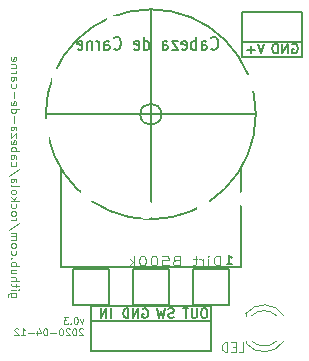
<source format=gbo>
G04 #@! TF.GenerationSoftware,KiCad,Pcbnew,6.0.0+dfsg1-2*
G04 #@! TF.CreationDate,2022-01-11T20:51:11+02:00*
G04 #@! TF.ProjectId,cabeza-de-carne,63616265-7a61-42d6-9465-2d6361726e65,rev?*
G04 #@! TF.SameCoordinates,Original*
G04 #@! TF.FileFunction,Legend,Bot*
G04 #@! TF.FilePolarity,Positive*
%FSLAX46Y46*%
G04 Gerber Fmt 4.6, Leading zero omitted, Abs format (unit mm)*
G04 Created by KiCad (PCBNEW 6.0.0+dfsg1-2) date 2022-01-11 20:51:11*
%MOMM*%
%LPD*%
G01*
G04 APERTURE LIST*
%ADD10C,0.100000*%
%ADD11C,0.150000*%
%ADD12C,0.125000*%
%ADD13C,0.120000*%
%ADD14C,0.127000*%
%ADD15O,1.930400X1.930400*%
%ADD16R,1.930400X1.930400*%
%ADD17R,2.000000X2.000000*%
%ADD18O,2.000000X2.000000*%
%ADD19C,1.800000*%
%ADD20R,1.800000X1.800000*%
%ADD21O,2.540000X2.540000*%
%ADD22R,2.540000X2.540000*%
%ADD23O,1.600000X1.600000*%
%ADD24C,1.600000*%
%ADD25R,1.600000X1.600000*%
G04 APERTURE END LIST*
D10*
X226159200Y29723200D02*
X225592533Y29723200D01*
X225525866Y29689866D01*
X225492533Y29656533D01*
X225459200Y29589866D01*
X225459200Y29489866D01*
X225492533Y29423200D01*
X225725866Y29723200D02*
X225692533Y29656533D01*
X225692533Y29523200D01*
X225725866Y29456533D01*
X225759200Y29423200D01*
X225825866Y29389866D01*
X226025866Y29389866D01*
X226092533Y29423200D01*
X226125866Y29456533D01*
X226159200Y29523200D01*
X226159200Y29656533D01*
X226125866Y29723200D01*
X225692533Y30056533D02*
X226159200Y30056533D01*
X226392533Y30056533D02*
X226359200Y30023200D01*
X226325866Y30056533D01*
X226359200Y30089866D01*
X226392533Y30056533D01*
X226325866Y30056533D01*
X226159200Y30289866D02*
X226159200Y30556533D01*
X226392533Y30389866D02*
X225792533Y30389866D01*
X225725866Y30423200D01*
X225692533Y30489866D01*
X225692533Y30556533D01*
X225692533Y30789866D02*
X226392533Y30789866D01*
X225692533Y31089866D02*
X226059200Y31089866D01*
X226125866Y31056533D01*
X226159200Y30989866D01*
X226159200Y30889866D01*
X226125866Y30823200D01*
X226092533Y30789866D01*
X226159200Y31723200D02*
X225692533Y31723200D01*
X226159200Y31423200D02*
X225792533Y31423200D01*
X225725866Y31456533D01*
X225692533Y31523200D01*
X225692533Y31623200D01*
X225725866Y31689866D01*
X225759200Y31723200D01*
X225692533Y32056533D02*
X226392533Y32056533D01*
X226125866Y32056533D02*
X226159200Y32123199D01*
X226159200Y32256533D01*
X226125866Y32323199D01*
X226092533Y32356533D01*
X226025866Y32389866D01*
X225825866Y32389866D01*
X225759200Y32356533D01*
X225725866Y32323199D01*
X225692533Y32256533D01*
X225692533Y32123199D01*
X225725866Y32056533D01*
X225759200Y32689866D02*
X225725866Y32723199D01*
X225692533Y32689866D01*
X225725866Y32656533D01*
X225759200Y32689866D01*
X225692533Y32689866D01*
X225725866Y33323199D02*
X225692533Y33256533D01*
X225692533Y33123199D01*
X225725866Y33056533D01*
X225759200Y33023199D01*
X225825866Y32989866D01*
X226025866Y32989866D01*
X226092533Y33023199D01*
X226125866Y33056533D01*
X226159200Y33123199D01*
X226159200Y33256533D01*
X226125866Y33323199D01*
X225692533Y33723199D02*
X225725866Y33656533D01*
X225759200Y33623199D01*
X225825866Y33589866D01*
X226025866Y33589866D01*
X226092533Y33623199D01*
X226125866Y33656533D01*
X226159200Y33723199D01*
X226159200Y33823199D01*
X226125866Y33889866D01*
X226092533Y33923199D01*
X226025866Y33956533D01*
X225825866Y33956533D01*
X225759200Y33923199D01*
X225725866Y33889866D01*
X225692533Y33823199D01*
X225692533Y33723199D01*
X225692533Y34256533D02*
X226159200Y34256533D01*
X226092533Y34256533D02*
X226125866Y34289866D01*
X226159200Y34356533D01*
X226159200Y34456533D01*
X226125866Y34523199D01*
X226059200Y34556533D01*
X225692533Y34556533D01*
X226059200Y34556533D02*
X226125866Y34589866D01*
X226159200Y34656533D01*
X226159200Y34756533D01*
X226125866Y34823199D01*
X226059200Y34856533D01*
X225692533Y34856533D01*
X226425866Y35689866D02*
X225525866Y35089866D01*
X225692533Y35923199D02*
X226159200Y35923199D01*
X226025866Y35923199D02*
X226092533Y35956533D01*
X226125866Y35989866D01*
X226159200Y36056533D01*
X226159200Y36123199D01*
X225692533Y36456533D02*
X225725866Y36389866D01*
X225759200Y36356533D01*
X225825866Y36323199D01*
X226025866Y36323199D01*
X226092533Y36356533D01*
X226125866Y36389866D01*
X226159200Y36456533D01*
X226159200Y36556533D01*
X226125866Y36623199D01*
X226092533Y36656533D01*
X226025866Y36689866D01*
X225825866Y36689866D01*
X225759200Y36656533D01*
X225725866Y36623199D01*
X225692533Y36556533D01*
X225692533Y36456533D01*
X225725866Y37289866D02*
X225692533Y37223199D01*
X225692533Y37089866D01*
X225725866Y37023199D01*
X225759200Y36989866D01*
X225825866Y36956533D01*
X226025866Y36956533D01*
X226092533Y36989866D01*
X226125866Y37023199D01*
X226159200Y37089866D01*
X226159200Y37223199D01*
X226125866Y37289866D01*
X225692533Y37589866D02*
X226392533Y37589866D01*
X225959200Y37656533D02*
X225692533Y37856533D01*
X226159200Y37856533D02*
X225892533Y37589866D01*
X225692533Y38256533D02*
X225725866Y38189866D01*
X225759200Y38156533D01*
X225825866Y38123199D01*
X226025866Y38123199D01*
X226092533Y38156533D01*
X226125866Y38189866D01*
X226159200Y38256533D01*
X226159200Y38356533D01*
X226125866Y38423199D01*
X226092533Y38456533D01*
X226025866Y38489866D01*
X225825866Y38489866D01*
X225759200Y38456533D01*
X225725866Y38423199D01*
X225692533Y38356533D01*
X225692533Y38256533D01*
X225692533Y38889866D02*
X225725866Y38823199D01*
X225792533Y38789866D01*
X226392533Y38789866D01*
X225692533Y39456533D02*
X226059200Y39456533D01*
X226125866Y39423199D01*
X226159200Y39356533D01*
X226159200Y39223199D01*
X226125866Y39156533D01*
X225725866Y39456533D02*
X225692533Y39389866D01*
X225692533Y39223199D01*
X225725866Y39156533D01*
X225792533Y39123199D01*
X225859200Y39123199D01*
X225925866Y39156533D01*
X225959200Y39223199D01*
X225959200Y39389866D01*
X225992533Y39456533D01*
X226425866Y40289866D02*
X225525866Y39689866D01*
X225725866Y40823199D02*
X225692533Y40756533D01*
X225692533Y40623199D01*
X225725866Y40556533D01*
X225759200Y40523199D01*
X225825866Y40489866D01*
X226025866Y40489866D01*
X226092533Y40523199D01*
X226125866Y40556533D01*
X226159200Y40623199D01*
X226159200Y40756533D01*
X226125866Y40823199D01*
X225692533Y41423199D02*
X226059200Y41423199D01*
X226125866Y41389866D01*
X226159200Y41323199D01*
X226159200Y41189866D01*
X226125866Y41123199D01*
X225725866Y41423199D02*
X225692533Y41356533D01*
X225692533Y41189866D01*
X225725866Y41123199D01*
X225792533Y41089866D01*
X225859200Y41089866D01*
X225925866Y41123199D01*
X225959200Y41189866D01*
X225959200Y41356533D01*
X225992533Y41423199D01*
X225692533Y41756533D02*
X226392533Y41756533D01*
X226125866Y41756533D02*
X226159200Y41823199D01*
X226159200Y41956533D01*
X226125866Y42023199D01*
X226092533Y42056533D01*
X226025866Y42089866D01*
X225825866Y42089866D01*
X225759200Y42056533D01*
X225725866Y42023199D01*
X225692533Y41956533D01*
X225692533Y41823199D01*
X225725866Y41756533D01*
X225725866Y42656533D02*
X225692533Y42589866D01*
X225692533Y42456533D01*
X225725866Y42389866D01*
X225792533Y42356533D01*
X226059200Y42356533D01*
X226125866Y42389866D01*
X226159200Y42456533D01*
X226159200Y42589866D01*
X226125866Y42656533D01*
X226059200Y42689866D01*
X225992533Y42689866D01*
X225925866Y42356533D01*
X226159200Y42923199D02*
X226159200Y43289866D01*
X225692533Y42923199D01*
X225692533Y43289866D01*
X225692533Y43856533D02*
X226059200Y43856533D01*
X226125866Y43823199D01*
X226159200Y43756533D01*
X226159200Y43623199D01*
X226125866Y43556533D01*
X225725866Y43856533D02*
X225692533Y43789866D01*
X225692533Y43623199D01*
X225725866Y43556533D01*
X225792533Y43523199D01*
X225859200Y43523199D01*
X225925866Y43556533D01*
X225959200Y43623199D01*
X225959200Y43789866D01*
X225992533Y43856533D01*
X225959200Y44189866D02*
X225959200Y44723199D01*
X225692533Y45356533D02*
X226392533Y45356533D01*
X225725866Y45356533D02*
X225692533Y45289866D01*
X225692533Y45156533D01*
X225725866Y45089866D01*
X225759200Y45056533D01*
X225825866Y45023199D01*
X226025866Y45023199D01*
X226092533Y45056533D01*
X226125866Y45089866D01*
X226159200Y45156533D01*
X226159200Y45289866D01*
X226125866Y45356533D01*
X225725866Y45956533D02*
X225692533Y45889866D01*
X225692533Y45756533D01*
X225725866Y45689866D01*
X225792533Y45656533D01*
X226059200Y45656533D01*
X226125866Y45689866D01*
X226159200Y45756533D01*
X226159200Y45889866D01*
X226125866Y45956533D01*
X226059200Y45989866D01*
X225992533Y45989866D01*
X225925866Y45656533D01*
X225959200Y46289866D02*
X225959200Y46823199D01*
X225725866Y47456533D02*
X225692533Y47389866D01*
X225692533Y47256533D01*
X225725866Y47189866D01*
X225759200Y47156533D01*
X225825866Y47123199D01*
X226025866Y47123199D01*
X226092533Y47156533D01*
X226125866Y47189866D01*
X226159200Y47256533D01*
X226159200Y47389866D01*
X226125866Y47456533D01*
X225692533Y48056533D02*
X226059200Y48056533D01*
X226125866Y48023199D01*
X226159200Y47956533D01*
X226159200Y47823199D01*
X226125866Y47756533D01*
X225725866Y48056533D02*
X225692533Y47989866D01*
X225692533Y47823199D01*
X225725866Y47756533D01*
X225792533Y47723199D01*
X225859200Y47723199D01*
X225925866Y47756533D01*
X225959200Y47823199D01*
X225959200Y47989866D01*
X225992533Y48056533D01*
X225692533Y48389866D02*
X226159200Y48389866D01*
X226025866Y48389866D02*
X226092533Y48423199D01*
X226125866Y48456533D01*
X226159200Y48523199D01*
X226159200Y48589866D01*
X226159200Y48823199D02*
X225692533Y48823199D01*
X226092533Y48823199D02*
X226125866Y48856533D01*
X226159200Y48923199D01*
X226159200Y49023199D01*
X226125866Y49089866D01*
X226059200Y49123199D01*
X225692533Y49123199D01*
X225725866Y49723199D02*
X225692533Y49656533D01*
X225692533Y49523199D01*
X225725866Y49456533D01*
X225792533Y49423199D01*
X226059200Y49423199D01*
X226125866Y49456533D01*
X226159200Y49523199D01*
X226159200Y49656533D01*
X226125866Y49723199D01*
X226059200Y49756533D01*
X225992533Y49756533D01*
X225925866Y49423199D01*
D11*
X243995600Y32246133D02*
X244395600Y32246133D01*
X244195600Y32246133D02*
X244195600Y32946133D01*
X244262266Y32846133D01*
X244328933Y32779466D01*
X244395600Y32746133D01*
D10*
X231852885Y27535571D02*
X231710028Y27135571D01*
X231567171Y27535571D01*
X231224314Y27735571D02*
X231167171Y27735571D01*
X231110028Y27707000D01*
X231081457Y27678428D01*
X231052885Y27621285D01*
X231024314Y27507000D01*
X231024314Y27364142D01*
X231052885Y27249857D01*
X231081457Y27192714D01*
X231110028Y27164142D01*
X231167171Y27135571D01*
X231224314Y27135571D01*
X231281457Y27164142D01*
X231310028Y27192714D01*
X231338600Y27249857D01*
X231367171Y27364142D01*
X231367171Y27507000D01*
X231338600Y27621285D01*
X231310028Y27678428D01*
X231281457Y27707000D01*
X231224314Y27735571D01*
X230767171Y27192714D02*
X230738600Y27164142D01*
X230767171Y27135571D01*
X230795742Y27164142D01*
X230767171Y27192714D01*
X230767171Y27135571D01*
X230538600Y27735571D02*
X230167171Y27735571D01*
X230367171Y27507000D01*
X230281457Y27507000D01*
X230224314Y27478428D01*
X230195742Y27449857D01*
X230167171Y27392714D01*
X230167171Y27249857D01*
X230195742Y27192714D01*
X230224314Y27164142D01*
X230281457Y27135571D01*
X230452885Y27135571D01*
X230510028Y27164142D01*
X230538600Y27192714D01*
X231824314Y26712428D02*
X231795742Y26741000D01*
X231738600Y26769571D01*
X231595742Y26769571D01*
X231538600Y26741000D01*
X231510028Y26712428D01*
X231481457Y26655285D01*
X231481457Y26598142D01*
X231510028Y26512428D01*
X231852885Y26169571D01*
X231481457Y26169571D01*
X231110028Y26769571D02*
X231052885Y26769571D01*
X230995742Y26741000D01*
X230967171Y26712428D01*
X230938600Y26655285D01*
X230910028Y26541000D01*
X230910028Y26398142D01*
X230938600Y26283857D01*
X230967171Y26226714D01*
X230995742Y26198142D01*
X231052885Y26169571D01*
X231110028Y26169571D01*
X231167171Y26198142D01*
X231195742Y26226714D01*
X231224314Y26283857D01*
X231252885Y26398142D01*
X231252885Y26541000D01*
X231224314Y26655285D01*
X231195742Y26712428D01*
X231167171Y26741000D01*
X231110028Y26769571D01*
X230681457Y26712428D02*
X230652885Y26741000D01*
X230595742Y26769571D01*
X230452885Y26769571D01*
X230395742Y26741000D01*
X230367171Y26712428D01*
X230338600Y26655285D01*
X230338600Y26598142D01*
X230367171Y26512428D01*
X230710028Y26169571D01*
X230338600Y26169571D01*
X229967171Y26769571D02*
X229910028Y26769571D01*
X229852885Y26741000D01*
X229824314Y26712428D01*
X229795742Y26655285D01*
X229767171Y26541000D01*
X229767171Y26398142D01*
X229795742Y26283857D01*
X229824314Y26226714D01*
X229852885Y26198142D01*
X229910028Y26169571D01*
X229967171Y26169571D01*
X230024314Y26198142D01*
X230052885Y26226714D01*
X230081457Y26283857D01*
X230110028Y26398142D01*
X230110028Y26541000D01*
X230081457Y26655285D01*
X230052885Y26712428D01*
X230024314Y26741000D01*
X229967171Y26769571D01*
X229510028Y26398142D02*
X229052885Y26398142D01*
X228652885Y26769571D02*
X228595742Y26769571D01*
X228538600Y26741000D01*
X228510028Y26712428D01*
X228481457Y26655285D01*
X228452885Y26541000D01*
X228452885Y26398142D01*
X228481457Y26283857D01*
X228510028Y26226714D01*
X228538600Y26198142D01*
X228595742Y26169571D01*
X228652885Y26169571D01*
X228710028Y26198142D01*
X228738600Y26226714D01*
X228767171Y26283857D01*
X228795742Y26398142D01*
X228795742Y26541000D01*
X228767171Y26655285D01*
X228738600Y26712428D01*
X228710028Y26741000D01*
X228652885Y26769571D01*
X227938600Y26569571D02*
X227938600Y26169571D01*
X228081457Y26798142D02*
X228224314Y26369571D01*
X227852885Y26369571D01*
X227624314Y26398142D02*
X227167171Y26398142D01*
X226567171Y26169571D02*
X226910028Y26169571D01*
X226738600Y26169571D02*
X226738600Y26769571D01*
X226795742Y26683857D01*
X226852885Y26626714D01*
X226910028Y26598142D01*
X226338600Y26712428D02*
X226310028Y26741000D01*
X226252885Y26769571D01*
X226110028Y26769571D01*
X226052885Y26741000D01*
X226024314Y26712428D01*
X225995742Y26655285D01*
X225995742Y26598142D01*
X226024314Y26512428D01*
X226367171Y26169571D01*
X225995742Y26169571D01*
D11*
X242670133Y50457942D02*
X242715371Y50405561D01*
X242851085Y50353180D01*
X242941561Y50353180D01*
X243077276Y50405561D01*
X243167752Y50510323D01*
X243212990Y50615085D01*
X243258228Y50824609D01*
X243258228Y50981752D01*
X243212990Y51191276D01*
X243167752Y51296038D01*
X243077276Y51400800D01*
X242941561Y51453180D01*
X242851085Y51453180D01*
X242715371Y51400800D01*
X242670133Y51348419D01*
X241855847Y50353180D02*
X241855847Y50929371D01*
X241901085Y51034133D01*
X241991561Y51086514D01*
X242172514Y51086514D01*
X242262990Y51034133D01*
X241855847Y50405561D02*
X241946323Y50353180D01*
X242172514Y50353180D01*
X242262990Y50405561D01*
X242308228Y50510323D01*
X242308228Y50615085D01*
X242262990Y50719847D01*
X242172514Y50772228D01*
X241946323Y50772228D01*
X241855847Y50824609D01*
X241403466Y50353180D02*
X241403466Y51453180D01*
X241403466Y51034133D02*
X241312990Y51086514D01*
X241132038Y51086514D01*
X241041561Y51034133D01*
X240996323Y50981752D01*
X240951085Y50876990D01*
X240951085Y50562704D01*
X240996323Y50457942D01*
X241041561Y50405561D01*
X241132038Y50353180D01*
X241312990Y50353180D01*
X241403466Y50405561D01*
X240182038Y50405561D02*
X240272514Y50353180D01*
X240453466Y50353180D01*
X240543942Y50405561D01*
X240589180Y50510323D01*
X240589180Y50929371D01*
X240543942Y51034133D01*
X240453466Y51086514D01*
X240272514Y51086514D01*
X240182038Y51034133D01*
X240136800Y50929371D01*
X240136800Y50824609D01*
X240589180Y50719847D01*
X239820133Y51086514D02*
X239322514Y51086514D01*
X239820133Y50353180D01*
X239322514Y50353180D01*
X238553466Y50353180D02*
X238553466Y50929371D01*
X238598704Y51034133D01*
X238689180Y51086514D01*
X238870133Y51086514D01*
X238960609Y51034133D01*
X238553466Y50405561D02*
X238643942Y50353180D01*
X238870133Y50353180D01*
X238960609Y50405561D01*
X239005847Y50510323D01*
X239005847Y50615085D01*
X238960609Y50719847D01*
X238870133Y50772228D01*
X238643942Y50772228D01*
X238553466Y50824609D01*
X236970133Y50353180D02*
X236970133Y51453180D01*
X236970133Y50405561D02*
X237060609Y50353180D01*
X237241561Y50353180D01*
X237332038Y50405561D01*
X237377276Y50457942D01*
X237422514Y50562704D01*
X237422514Y50876990D01*
X237377276Y50981752D01*
X237332038Y51034133D01*
X237241561Y51086514D01*
X237060609Y51086514D01*
X236970133Y51034133D01*
X236155847Y50405561D02*
X236246323Y50353180D01*
X236427276Y50353180D01*
X236517752Y50405561D01*
X236562990Y50510323D01*
X236562990Y50929371D01*
X236517752Y51034133D01*
X236427276Y51086514D01*
X236246323Y51086514D01*
X236155847Y51034133D01*
X236110609Y50929371D01*
X236110609Y50824609D01*
X236562990Y50719847D01*
X234436800Y50457942D02*
X234482038Y50405561D01*
X234617752Y50353180D01*
X234708228Y50353180D01*
X234843942Y50405561D01*
X234934419Y50510323D01*
X234979657Y50615085D01*
X235024895Y50824609D01*
X235024895Y50981752D01*
X234979657Y51191276D01*
X234934419Y51296038D01*
X234843942Y51400800D01*
X234708228Y51453180D01*
X234617752Y51453180D01*
X234482038Y51400800D01*
X234436800Y51348419D01*
X233622514Y50353180D02*
X233622514Y50929371D01*
X233667752Y51034133D01*
X233758228Y51086514D01*
X233939180Y51086514D01*
X234029657Y51034133D01*
X233622514Y50405561D02*
X233712990Y50353180D01*
X233939180Y50353180D01*
X234029657Y50405561D01*
X234074895Y50510323D01*
X234074895Y50615085D01*
X234029657Y50719847D01*
X233939180Y50772228D01*
X233712990Y50772228D01*
X233622514Y50824609D01*
X233170133Y50353180D02*
X233170133Y51086514D01*
X233170133Y50876990D02*
X233124895Y50981752D01*
X233079657Y51034133D01*
X232989180Y51086514D01*
X232898704Y51086514D01*
X232582038Y51086514D02*
X232582038Y50353180D01*
X232582038Y50981752D02*
X232536800Y51034133D01*
X232446323Y51086514D01*
X232310609Y51086514D01*
X232220133Y51034133D01*
X232174895Y50929371D01*
X232174895Y50353180D01*
X231360609Y50405561D02*
X231451085Y50353180D01*
X231632038Y50353180D01*
X231722514Y50405561D01*
X231767752Y50510323D01*
X231767752Y50929371D01*
X231722514Y51034133D01*
X231632038Y51086514D01*
X231451085Y51086514D01*
X231360609Y51034133D01*
X231315371Y50929371D01*
X231315371Y50824609D01*
X231767752Y50719847D01*
D10*
X245014685Y24784095D02*
X245395638Y24784095D01*
X245395638Y25584095D01*
X244748019Y25203142D02*
X244481352Y25203142D01*
X244367066Y24784095D02*
X244748019Y24784095D01*
X244748019Y25584095D01*
X244367066Y25584095D01*
X244024209Y24784095D02*
X244024209Y25584095D01*
X243833733Y25584095D01*
X243719447Y25546000D01*
X243643257Y25469809D01*
X243605161Y25393619D01*
X243567066Y25241238D01*
X243567066Y25126952D01*
X243605161Y24974571D01*
X243643257Y24898380D01*
X243719447Y24822190D01*
X243833733Y24784095D01*
X244024209Y24784095D01*
D12*
X243433123Y32099295D02*
X243433123Y32899295D01*
X243195028Y32899295D01*
X243052171Y32861200D01*
X242956933Y32785009D01*
X242909314Y32708819D01*
X242861695Y32556438D01*
X242861695Y32442152D01*
X242909314Y32289771D01*
X242956933Y32213580D01*
X243052171Y32137390D01*
X243195028Y32099295D01*
X243433123Y32099295D01*
X242433123Y32099295D02*
X242433123Y32632628D01*
X242433123Y32899295D02*
X242480742Y32861200D01*
X242433123Y32823104D01*
X242385504Y32861200D01*
X242433123Y32899295D01*
X242433123Y32823104D01*
X241956933Y32099295D02*
X241956933Y32632628D01*
X241956933Y32480247D02*
X241909314Y32556438D01*
X241861695Y32594533D01*
X241766457Y32632628D01*
X241671219Y32632628D01*
X241480742Y32632628D02*
X241099790Y32632628D01*
X241337885Y32899295D02*
X241337885Y32213580D01*
X241290266Y32137390D01*
X241195028Y32099295D01*
X241099790Y32099295D01*
X239671219Y32518342D02*
X239528361Y32480247D01*
X239480742Y32442152D01*
X239433123Y32365961D01*
X239433123Y32251676D01*
X239480742Y32175485D01*
X239528361Y32137390D01*
X239623600Y32099295D01*
X240004552Y32099295D01*
X240004552Y32899295D01*
X239671219Y32899295D01*
X239575980Y32861200D01*
X239528361Y32823104D01*
X239480742Y32746914D01*
X239480742Y32670723D01*
X239528361Y32594533D01*
X239575980Y32556438D01*
X239671219Y32518342D01*
X240004552Y32518342D01*
X238528361Y32899295D02*
X239004552Y32899295D01*
X239052171Y32518342D01*
X239004552Y32556438D01*
X238909314Y32594533D01*
X238671219Y32594533D01*
X238575980Y32556438D01*
X238528361Y32518342D01*
X238480742Y32442152D01*
X238480742Y32251676D01*
X238528361Y32175485D01*
X238575980Y32137390D01*
X238671219Y32099295D01*
X238909314Y32099295D01*
X239004552Y32137390D01*
X239052171Y32175485D01*
X237861695Y32899295D02*
X237766457Y32899295D01*
X237671219Y32861200D01*
X237623600Y32823104D01*
X237575980Y32746914D01*
X237528361Y32594533D01*
X237528361Y32404057D01*
X237575980Y32251676D01*
X237623600Y32175485D01*
X237671219Y32137390D01*
X237766457Y32099295D01*
X237861695Y32099295D01*
X237956933Y32137390D01*
X238004552Y32175485D01*
X238052171Y32251676D01*
X238099790Y32404057D01*
X238099790Y32594533D01*
X238052171Y32746914D01*
X238004552Y32823104D01*
X237956933Y32861200D01*
X237861695Y32899295D01*
X236909314Y32899295D02*
X236814076Y32899295D01*
X236718838Y32861200D01*
X236671219Y32823104D01*
X236623600Y32746914D01*
X236575980Y32594533D01*
X236575980Y32404057D01*
X236623600Y32251676D01*
X236671219Y32175485D01*
X236718838Y32137390D01*
X236814076Y32099295D01*
X236909314Y32099295D01*
X237004552Y32137390D01*
X237052171Y32175485D01*
X237099790Y32251676D01*
X237147409Y32404057D01*
X237147409Y32594533D01*
X237099790Y32746914D01*
X237052171Y32823104D01*
X237004552Y32861200D01*
X236909314Y32899295D01*
X236147409Y32099295D02*
X236147409Y32899295D01*
X236052171Y32404057D02*
X235766457Y32099295D01*
X235766457Y32632628D02*
X236147409Y32327866D01*
D10*
X237267786Y29837118D02*
X237839215Y29837118D01*
X237553501Y29837118D02*
X237553501Y30837118D01*
X237648739Y30694260D01*
X237743977Y30599022D01*
X237839215Y30551403D01*
D11*
X247141904Y50857095D02*
X246875238Y50057095D01*
X246608571Y50857095D01*
X246341904Y50361857D02*
X245732380Y50361857D01*
X246037142Y50057095D02*
X246037142Y50666619D01*
X249529523Y50819000D02*
X249605714Y50857095D01*
X249720000Y50857095D01*
X249834285Y50819000D01*
X249910476Y50742809D01*
X249948571Y50666619D01*
X249986666Y50514238D01*
X249986666Y50399952D01*
X249948571Y50247571D01*
X249910476Y50171380D01*
X249834285Y50095190D01*
X249720000Y50057095D01*
X249643809Y50057095D01*
X249529523Y50095190D01*
X249491428Y50133285D01*
X249491428Y50399952D01*
X249643809Y50399952D01*
X249148571Y50057095D02*
X249148571Y50857095D01*
X248691428Y50057095D01*
X248691428Y50857095D01*
X248310476Y50057095D02*
X248310476Y50857095D01*
X248120000Y50857095D01*
X248005714Y50819000D01*
X247929523Y50742809D01*
X247891428Y50666619D01*
X247853333Y50514238D01*
X247853333Y50399952D01*
X247891428Y50247571D01*
X247929523Y50171380D01*
X248005714Y50095190D01*
X248120000Y50057095D01*
X248310476Y50057095D01*
X242150800Y28454295D02*
X241998419Y28454295D01*
X241922228Y28416200D01*
X241846038Y28340009D01*
X241807942Y28187628D01*
X241807942Y27920961D01*
X241846038Y27768580D01*
X241922228Y27692390D01*
X241998419Y27654295D01*
X242150800Y27654295D01*
X242226990Y27692390D01*
X242303180Y27768580D01*
X242341276Y27920961D01*
X242341276Y28187628D01*
X242303180Y28340009D01*
X242226990Y28416200D01*
X242150800Y28454295D01*
X241465085Y28454295D02*
X241465085Y27806676D01*
X241426990Y27730485D01*
X241388895Y27692390D01*
X241312704Y27654295D01*
X241160323Y27654295D01*
X241084133Y27692390D01*
X241046038Y27730485D01*
X241007942Y27806676D01*
X241007942Y28454295D01*
X240741276Y28454295D02*
X240284133Y28454295D01*
X240512704Y27654295D02*
X240512704Y28454295D01*
X239496514Y27692390D02*
X239382228Y27654295D01*
X239191752Y27654295D01*
X239115561Y27692390D01*
X239077466Y27730485D01*
X239039371Y27806676D01*
X239039371Y27882866D01*
X239077466Y27959057D01*
X239115561Y27997152D01*
X239191752Y28035247D01*
X239344133Y28073342D01*
X239420323Y28111438D01*
X239458419Y28149533D01*
X239496514Y28225723D01*
X239496514Y28301914D01*
X239458419Y28378104D01*
X239420323Y28416200D01*
X239344133Y28454295D01*
X239153657Y28454295D01*
X239039371Y28416200D01*
X238772704Y28454295D02*
X238582228Y27654295D01*
X238429847Y28225723D01*
X238277466Y27654295D01*
X238086990Y28454295D01*
X236880323Y28416200D02*
X236956514Y28454295D01*
X237070800Y28454295D01*
X237185085Y28416200D01*
X237261276Y28340009D01*
X237299371Y28263819D01*
X237337466Y28111438D01*
X237337466Y27997152D01*
X237299371Y27844771D01*
X237261276Y27768580D01*
X237185085Y27692390D01*
X237070800Y27654295D01*
X236994609Y27654295D01*
X236880323Y27692390D01*
X236842228Y27730485D01*
X236842228Y27997152D01*
X236994609Y27997152D01*
X236499371Y27654295D02*
X236499371Y28454295D01*
X236042228Y27654295D01*
X236042228Y28454295D01*
X235661276Y27654295D02*
X235661276Y28454295D01*
X235470800Y28454295D01*
X235356514Y28416200D01*
X235280323Y28340009D01*
X235242228Y28263819D01*
X235204133Y28111438D01*
X235204133Y27997152D01*
X235242228Y27844771D01*
X235280323Y27768580D01*
X235356514Y27692390D01*
X235470800Y27654295D01*
X235661276Y27654295D01*
X234149847Y27654295D02*
X234149847Y28454295D01*
X233768895Y27654295D02*
X233768895Y28454295D01*
X233311752Y27654295D01*
X233311752Y28454295D01*
D13*
X245582000Y27851600D02*
X245582000Y28007600D01*
X245582000Y25535600D02*
X245582000Y25691600D01*
X248183130Y27851437D02*
G75*
G03*
X246101039Y27851600I-1041130J-1079837D01*
G01*
X246101039Y25691600D02*
G75*
G03*
X248183130Y25691763I1040961J1080000D01*
G01*
X248814335Y27850208D02*
G75*
G03*
X245582000Y28007116I-1672335J-1078608D01*
G01*
X245582000Y25536084D02*
G75*
G03*
X248814335Y25692992I1560000J1235516D01*
G01*
D14*
X244157501Y28765499D02*
X244157501Y31813499D01*
X241109501Y28765499D02*
X244157501Y28765499D01*
X241109501Y31813499D02*
X241109501Y28765499D01*
X239077501Y28765499D02*
X239077501Y31813499D01*
X236029501Y28765499D02*
X239077501Y28765499D01*
X236029501Y31813499D02*
X236029501Y28765499D01*
X233997501Y28765499D02*
X233997501Y31813499D01*
X230949501Y28765499D02*
X233997501Y28765499D01*
X230949501Y31813499D02*
X230949501Y28765499D01*
X241109501Y31813499D02*
X244157501Y31813499D01*
X236029501Y31813499D02*
X239077501Y31813499D01*
X230949501Y31813499D02*
X233997501Y31813499D01*
X229933501Y31940499D02*
X245173501Y31940499D01*
X228663501Y44894499D02*
X246443501Y44894499D01*
X237553501Y36004499D02*
X237553501Y53784499D01*
X245173501Y31940499D02*
X245173501Y40449499D01*
X229933501Y40449499D02*
X229933501Y31940499D01*
X228663501Y44894499D02*
G75*
G03*
X237553501Y36004499I8890000J0D01*
G01*
X237553501Y36004499D02*
G75*
G03*
X246443501Y44894499I0J8890000D01*
G01*
X246443501Y44894497D02*
G75*
G03*
X237553501Y53784499I-8889901J101D01*
G01*
X237553503Y53784499D02*
G75*
G03*
X228663501Y44894499I-101J-8889901D01*
G01*
X238451501Y44894499D02*
G75*
G03*
X238451501Y44894499I-898000J0D01*
G01*
X250317000Y53594000D02*
X245237000Y53594000D01*
X245237000Y51054000D02*
X250317000Y51054000D01*
X250317000Y51054000D02*
X250317000Y53594000D01*
X245237000Y51054000D02*
X245237000Y53594000D01*
X245237000Y49784000D02*
X250317000Y49784000D01*
X250317000Y49784000D02*
X250317000Y51054000D01*
X245237000Y49784000D02*
X245237000Y51054000D01*
X232460800Y27381200D02*
X232460800Y28651200D01*
X242620800Y27381200D02*
X242620800Y28651200D01*
X232460800Y28651200D02*
X242620800Y28651200D01*
X232460800Y24841200D02*
X232460800Y27381200D01*
X242620800Y24841200D02*
X242620800Y27381200D01*
X232460800Y24841200D02*
X242620800Y24841200D01*
X242620800Y27381200D02*
X232460800Y27381200D01*
%LPC*%
D15*
X232613200Y35966400D03*
X232613200Y38506400D03*
X232613200Y41046400D03*
D16*
X232613200Y43586400D03*
D17*
X248716800Y40449500D03*
D18*
X248716800Y48069500D03*
D19*
X248412000Y26771600D03*
D20*
X245872000Y26771600D03*
D21*
X232473501Y30289499D03*
X237553501Y30289499D03*
D22*
X242633501Y30289499D03*
D23*
X227279200Y33223200D03*
D24*
X234899200Y33223200D03*
D23*
X248767600Y37744400D03*
D24*
X248767600Y30124400D03*
D23*
X234442000Y52451000D03*
D24*
X226822000Y52451000D03*
D23*
X243738400Y43383200D03*
D24*
X236118400Y43383200D03*
D23*
X236537500Y52451000D03*
D24*
X244157500Y52451000D03*
D23*
X236118400Y40335200D03*
D24*
X243738400Y40335200D03*
D23*
X245770400Y30124400D03*
D24*
X245770400Y37744400D03*
D15*
X228041200Y38506400D03*
X228041200Y41046400D03*
D16*
X228041200Y43586400D03*
D15*
X249047000Y52324000D03*
D16*
X246507000Y52324000D03*
D15*
X241350800Y26111200D03*
X238810800Y26111200D03*
X236270800Y26111200D03*
D16*
X233730800Y26111200D03*
D24*
X245705000Y47434500D03*
D25*
X243205000Y47434500D03*
D24*
X232471600Y47955200D03*
D25*
X229971600Y47955200D03*
D24*
X237201700Y33794700D03*
X242201700Y33794700D03*
X240204000Y49377600D03*
X235204000Y49377600D03*
X240204000Y46329600D03*
X235204000Y46329600D03*
X242185200Y36830000D03*
X237185200Y36830000D03*
M02*

</source>
